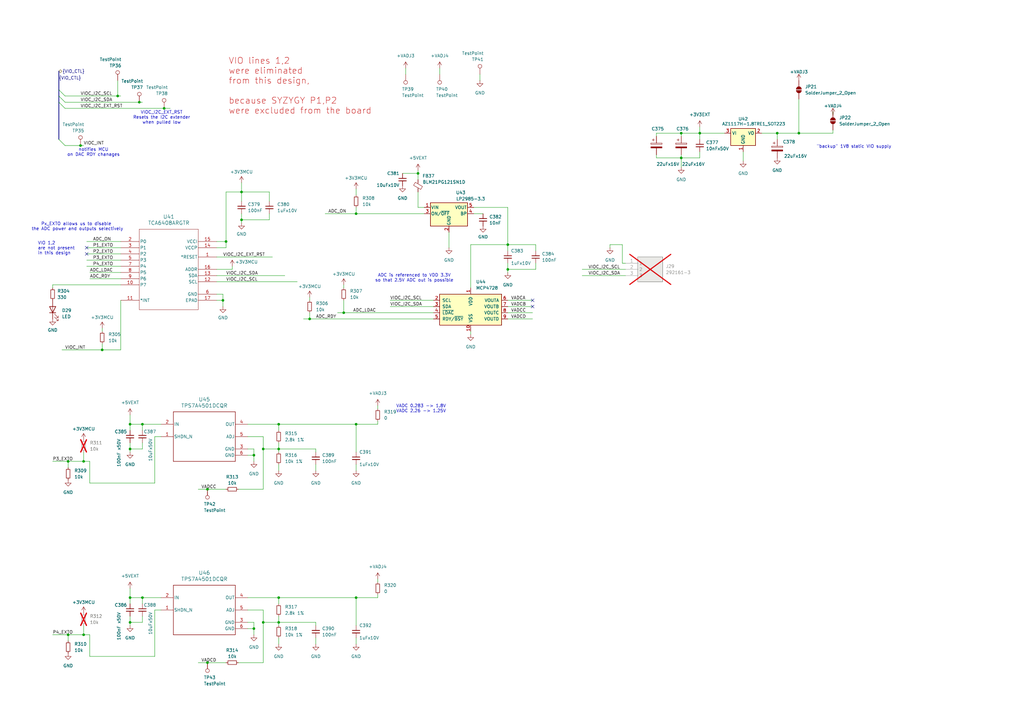
<source format=kicad_sch>
(kicad_sch (version 20250114) (generator "eeschema") (generator_version "9.0")
  (paper "A3")
  (title_block (title "NASR-M") (date "2025-09-22") (rev "D 0.9.4") (company "electrodyssey.net") (comment 1 "Variable power supply for SYZYGY ports") (comment 2 "(c) Nazim 2025") (comment 3 "Author: Nazim Aghabayov") (comment 4 "SYZYGY Carrier Mainboard") (comment 5 "rel: Fletched Bustard"))
  (lib_symbols
    (symbol "292161-3:292161-3"
      (property "Reference" "J" (at 16.51 7.62 0))
      (property "Value" "292161-3" (at 16.51 5.08 0))
      (symbol "292161-3_1_1"
        (pin passive line (at 0 0 0) (length 5.08) (name "1") (number "1"))
        (pin passive line (at 0 -2.54 0) (length 5.08) (name "2") (number "2"))
        (pin passive line (at 0 -5.08 0) (length 5.08) (name "3") (number "3"))
      )
    )
    (symbol "Analog_DAC:MCP4728" (pin_names (offset 1.016))
      (property "Reference" "U" (at -12.7 6.35 0))
      (property "Value" "MCP4728" (at 12.7 6.35 0))
      (symbol "MCP4728_1_1"
        (pin input line (at -15.24 2.54 0) (length 2.54) (name "SCL") (number "2"))
        (pin bidirectional line (at -15.24 0 0) (length 2.54) (name "SDA") (number "3"))
        (pin input line (at -15.24 -2.54 0) (length 2.54) (name "~{LDAC}") (number "4"))
        (pin output line (at -15.24 -5.08 0) (length 2.54) (name "RDY/~{BSY}") (number "5"))
        (pin power_in line (at 0 7.62 270) (length 2.54) (name "VDD") (number "1"))
        (pin power_in line (at 0 -10.16 90) (length 2.54) (name "VSS") (number "10"))
        (pin output line (at 15.24 2.54 180) (length 2.54) (name "VOUTA") (number "6"))
        (pin output line (at 15.24 0 180) (length 2.54) (name "VOUTB") (number "7"))
        (pin output line (at 15.24 -2.54 180) (length 2.54) (name "VOUTC") (number "8"))
        (pin output line (at 15.24 -5.08 180) (length 2.54) (name "VOUTD") (number "9"))
      )
    )
    (symbol "Connector:TestPoint" (pin_numbers (hide yes)) (pin_names (offset 0.762) (hide yes))
      (property "Reference" "TP" (at 0 6.858 0))
      (property "Value" "TestPoint" (at 0 5.08 0))
      (symbol "TestPoint_1_1"
        (pin passive line (at 0 0 90) (length 2.54) (name "1") (number "1"))
      )
    )
    (symbol "Device:C_Polarized" (pin_numbers (hide yes)) (pin_names (offset 0.254))
      (property "Reference" "C" (at 0.635 2.54 0))
      (property "Value" "C_Polarized" (at 0.635 -2.54 0))
      (symbol "C_Polarized_1_1"
        (pin passive line (at 0 3.81 270) (length 2.794) (name "~") (number "1"))
        (pin passive line (at 0 -3.81 90) (length 2.794) (name "~") (number "2"))
      )
    )
    (symbol "Device:C_Small" (pin_numbers (hide yes)) (pin_names (offset 0.254) (hide yes))
      (property "Reference" "C" (at 0.254 1.778 0))
      (property "Value" "C_Small" (at 0.254 -2.032 0))
      (symbol "C_Small_1_1"
        (pin passive line (at 0 2.54 270) (length 2.032) (name "~") (number "1"))
        (pin passive line (at 0 -2.54 90) (length 2.032) (name "~") (number "2"))
      )
    )
    (symbol "Device:FerriteBead_Small" (pin_numbers (hide yes)) (pin_names (offset 0))
      (property "Reference" "FB" (at 1.905 1.27 0))
      (property "Value" "FerriteBead_Small" (at 1.905 -1.27 0))
      (symbol "FerriteBead_Small_1_1"
        (pin passive line (at 0 2.54 270) (length 1.27) (name "~") (number "1"))
        (pin passive line (at 0 -2.54 90) (length 1.27) (name "~") (number "2"))
      )
    )
    (symbol "Device:LED" (pin_numbers (hide yes)) (pin_names (offset 1.016) (hide yes))
      (property "Reference" "D" (at 0 2.54 0))
      (property "Value" "LED" (at 0 -2.54 0))
      (symbol "LED_1_1"
        (pin passive line (at -3.81 0 0) (length 2.54) (name "K") (number "1"))
        (pin passive line (at 3.81 0 180) (length 2.54) (name "A") (number "2"))
      )
    )
    (symbol "Device:R_Small" (pin_numbers (hide yes)) (pin_names (offset 0.254) (hide yes))
      (property "Reference" "R" (at 0.762 0.508 0))
      (property "Value" "R_Small" (at 0.762 -1.016 0))
      (symbol "R_Small_1_1"
        (pin passive line (at 0 2.54 270) (length 0.762) (name "~") (number "1"))
        (pin passive line (at 0 -2.54 90) (length 0.762) (name "~") (number "2"))
      )
    )
    (symbol "GND_1" (power) (pin_numbers (hide yes)) (pin_names (offset 0) (hide yes))
      (property "Value" "GND" (at 0 -3.81 0))
      (symbol "GND_1_1_1"
        (pin power_in line (at 0 0 270) (length 0) (name "~") (number "1"))
      )
    )
    (symbol "GPWR3V3EXT:+3V3EXT" (power) (pin_names (offset 0))
      (property "Value" "+3V3EXT" (at 0 3.556 0))
      (symbol "+3V3EXT_1_1"
        (pin power_in line (at 0 0 90) (length 0) (hide yes) (name "+3V3EXT") (number "1"))
      )
    )
    (symbol "GPWR3V3MCU:+3V3MCU" (power) (pin_names (offset 0))
      (property "Value" "+3V3MCU" (at 0 3.556 0))
      (symbol "+3V3MCU_1_1"
        (pin power_in line (at 0 0 90) (length 0) (hide yes) (name "+3V3MCU") (number "1"))
      )
    )
    (symbol "GPWR5VEXT:+5VEXT" (power) (pin_names (offset 0))
      (property "Value" "+5VEXT" (at 0 3.556 0))
      (symbol "+5VEXT_1_1"
        (pin power_in line (at 0 0 90) (length 0) (hide yes) (name "+5VEXT") (number "1"))
      )
    )
    (symbol "GPWRVADJ:+VADJ" (power) (pin_names (offset 0))
      (property "Value" "+VADJ" (at 0 5.334 0))
      (symbol "+VADJ_1_1"
        (pin power_in line (at 0 0 90) (length 0) (hide yes) (name "+VADJ") (number "1"))
      )
    )
    (symbol "Jumper:SolderJumper_2_Open" (pin_numbers (hide yes)) (pin_names (offset 0) (hide yes)) (exclude_from_sim yes) (in_bom no)
      (property "Reference" "JP" (at 0 2.032 0))
      (property "Value" "SolderJumper_2_Open" (at 0 -2.54 0))
      (symbol "SolderJumper_2_Open_1_1"
        (pin passive line (at -3.81 0 0) (length 2.54) (name "A") (number "1"))
        (pin passive line (at 3.81 0 180) (length 2.54) (name "B") (number "2"))
      )
    )
    (symbol "Regulator_Linear:LD1117S18TR_SOT223"
      (property "Reference" "U" (at -3.81 3.175 0))
      (property "Value" "LD1117S18TR_SOT223" (at 0 3.175 0))
      (symbol "LD1117S18TR_SOT223_1_1"
        (pin power_in line (at -7.62 0 0) (length 2.54) (name "VI") (number "3"))
        (pin power_in line (at 0 -7.62 90) (length 2.54) (name "GND") (number "1"))
        (pin power_out line (at 7.62 0 180) (length 2.54) (name "VO") (number "2"))
      )
    )
    (symbol "Regulator_Linear:LP2985-3.3" (pin_names (offset 0.254))
      (property "Reference" "U" (at -6.35 5.715 0))
      (property "Value" "LP2985-3.3" (at 0 5.715 0))
      (symbol "LP2985-3.3_1_1"
        (pin power_in line (at -10.16 2.54 0) (length 2.54) (name "VIN") (number "1"))
        (pin input line (at -10.16 0 0) (length 2.54) (name "ON/~{OFF}") (number "3"))
        (pin power_in line (at 0 -7.62 90) (length 2.54) (name "GND") (number "2"))
        (pin power_out line (at 10.16 2.54 180) (length 2.54) (name "VOUT") (number "5"))
        (pin input line (at 10.16 0 180) (length 2.54) (name "BP") (number "4"))
      )
    )
    (symbol "TPS7A4501DCQR:TPS7A4501DCQR" (pin_names (offset 0.254))
      (property "Reference" "U" (at 0 2.54 0))
      (property "Value" "TPS7A4501DCQR" (at 0 0 0))
      (symbol "TPS7A4501DCQR_0_1"
        (pin power_in line (at 0 0 0) (length 5.08) (name "IN") (number "2"))
        (pin input line (at 0 -5.08 0) (length 5.08) (name "SHDN_N") (number "1"))
        (pin power_in line (at 35.56 0 180) (length 5.08) (name "OUT") (number "4"))
        (pin unspecified line (at 35.56 -5.08 180) (length 5.08) (name "ADJ") (number "5"))
        (pin power_in line (at 35.56 -10.16 180) (length 5.08) (name "GND") (number "3"))
        (pin power_in line (at 35.56 -12.7 180) (length 5.08) (name "GND") (number "6"))
      )
    )
    (symbol "power:GND" (power) (pin_names (offset 0))
      (property "Value" "GND" (at 0 -3.81 0))
      (symbol "GND_1_1"
        (pin power_in line (at 0 0 270) (length 0) (hide yes) (name "GND") (number "1"))
      )
    )
    (symbol "tca6408argtr:TCA6408ARGTR" (pin_names (offset 0.254))
      (property "Reference" "U13" (at 10.16 10.16 0))
      (property "Value" "TCA6408ARGTR" (at 16.51 7.112 0))
      (symbol "TCA6408ARGTR_0_1"
        (pin output line (at 0 0 0) (length 7.62) (name "P0") (number "2"))
        (pin output line (at 0 -2.54 0) (length 7.62) (name "P1") (number "3"))
        (pin output line (at 0 -5.08 0) (length 7.62) (name "P2") (number "4"))
        (pin output line (at 0 -7.62 0) (length 7.62) (name "P3") (number "5"))
        (pin output line (at 0 -10.16 0) (length 7.62) (name "P4") (number "7"))
        (pin output line (at 0 -12.7 0) (length 7.62) (name "P5") (number "8"))
        (pin power_in line (at 39.37 0 180) (length 7.62) (name "VCCI") (number "15"))
        (pin power_in line (at 39.37 -2.54 180) (length 7.62) (name "VCCP") (number "14"))
        (pin unspecified line (at 39.37 -11.43 180) (length 7.62) (name "ADDR") (number "16"))
        (pin bidirectional line (at 39.37 -13.97 180) (length 7.62) (name "SDA") (number "13"))
        (pin bidirectional line (at 39.37 -16.51 180) (length 7.62) (name "SCL") (number "12"))
        (pin unspecified line (at 39.37 -24.13 180) (length 7.62) (name "EPAD") (number "17"))
      )
      (symbol "TCA6408ARGTR_1_1"
        (pin output line (at 0 -15.24 0) (length 7.62) (name "P6") (number "9"))
        (pin output line (at 0 -17.78 0) (length 7.62) (name "P7") (number "10"))
        (pin output line (at 0 -24.13 0) (length 7.62) (name "*INT") (number "11"))
        (pin input line (at 39.37 -6.35 180) (length 7.62) (name "*RESET") (number "1"))
        (pin power_in line (at 39.37 -21.59 180) (length 7.62) (name "GND") (number "6"))
      )
    )
  )
  (text "VADC 0.283 -> 1.8V\nVADC 2.26 -> 1.25V" (at 172.72 167.64 0) (effects (font (size 1.27 1.27))))
  (text "ADC is referenced to VDD 3.3V\nso that 2.5V ADC out is possible" (at 169.926 114.046 0) (effects (font (size 1.27 1.27))))
  (text "Px_EXTO allows us to disable \nthe ADC power and outputs selectively" (at 31.75 92.964 0) (effects (font (size 1.27 1.27))))
  (text "VIO 1,2\nare not present\nin this design" (at 15.494 101.854 0) (effects (font (size 1.27 1.27)) (justify left)))
  (text "\"backup\" 1V8 static VIO supply" (at 350.266 60.198 0) (effects (font (size 1.27 1.27))))
  (text "VIOC_I2C_EXT_RST\nResets the I2C extender\nwhen pulled low" (at 66.294 48.26 0) (effects (font (size 1.27 1.27))))
  (text "VIO lines 1,2\nwere eliminated\nfrom this design,\n\nbecause SYZYGY P1,P2\nwere excluded from the board\n" (at 93.726 35.306 0) (effects (font (size 2.54 2.54)) (justify left)))
  (text "notifies MCU\non DAC RDY chanages" (at 38.354 62.484 0) (effects (font (size 1.27 1.27))))
  (junction (at 58.42 245.11))
  (junction (at 127 130.81))
  (junction (at 107.95 255.27))
  (junction (at 99.06 78.74))
  (junction (at 114.3 184.15))
  (junction (at 99.06 90.17))
  (junction (at 140.97 128.27))
  (junction (at 91.44 123.19))
  (junction (at 146.05 173.99))
  (junction (at 34.29 260.35))
  (junction (at 279.4 64.77))
  (junction (at 41.91 143.51))
  (junction (at 107.95 184.15))
  (junction (at 208.28 110.49))
  (junction (at 67.31 44.45))
  (junction (at 53.34 184.15))
  (junction (at 85.09 200.66))
  (junction (at 58.42 173.99))
  (junction (at 57.15 41.91))
  (junction (at 27.94 260.35))
  (junction (at 318.77 54.61))
  (junction (at 279.4 54.61))
  (junction (at 53.34 245.11))
  (junction (at 146.05 245.11))
  (junction (at 208.28 100.33))
  (junction (at 171.45 71.12))
  (junction (at 33.02 59.69))
  (junction (at 327.66 54.61))
  (junction (at 114.3 255.27))
  (junction (at 27.94 189.23))
  (junction (at 53.34 255.27))
  (junction (at 34.29 189.23))
  (junction (at 53.34 173.99))
  (junction (at 104.14 257.81))
  (junction (at 48.26 39.37))
  (junction (at 85.09 271.78))
  (junction (at 287.02 54.61))
  (junction (at 92.71 99.06))
  (junction (at 114.3 173.99))
  (junction (at 114.3 245.11))
  (junction (at 146.05 87.63))
  (junction (at 104.14 186.69))
  (no_connect (at 218.44 123.19))
  (no_connect (at 218.44 125.73))
  (no_connect (at 35.56 101.6))
  (no_connect (at 35.56 104.14))
  (bus_entry (at 24.13 39.37) (size 2.54 2.54))
  (bus_entry (at 24.13 36.83) (size 2.54 2.54))
  (bus_entry (at 24.13 41.91) (size 2.54 2.54))
  (bus_entry (at 24.13 57.15) (size 2.54 2.54))
  (wire (pts (xy 269.24 64.77) (xy 279.4 64.77)))
  (wire (pts (xy 219.71 100.33) (xy 208.28 100.33)))
  (wire (pts (xy 124.46 130.81) (xy 127 130.81)))
  (wire (pts (xy 318.77 54.61) (xy 327.66 54.61)))
  (wire (pts (xy 160.02 123.19) (xy 177.8 123.19)))
  (wire (pts (xy 48.26 39.37) (xy 49.53 39.37)))
  (wire (pts (xy 238.76 110.49) (xy 256.54 110.49)))
  (wire (pts (xy 88.9 105.41) (xy 111.76 105.41)))
  (wire (pts (xy 279.4 68.58) (xy 279.4 64.77)))
  (wire (pts (xy 208.28 125.73) (xy 218.44 125.73)))
  (wire (pts (xy 198.12 87.63) (xy 194.31 87.63)))
  (wire (pts (xy 127 128.27) (xy 127 130.81)))
  (bus (pts (xy 24.13 39.37) (xy 24.13 41.91)))
  (wire (pts (xy 88.9 120.65) (xy 91.44 120.65)))
  (wire (pts (xy 35.56 109.22) (xy 49.53 109.22)))
  (wire (pts (xy 133.35 87.63) (xy 146.05 87.63)))
  (wire (pts (xy 114.3 255.27) (xy 129.54 255.27)))
  (wire (pts (xy 166.37 27.94) (xy 166.37 30.48)))
  (wire (pts (xy 250.19 100.33) (xy 250.19 101.6)))
  (wire (pts (xy 101.6 255.27) (xy 104.14 255.27)))
  (wire (pts (xy 85.09 200.66) (xy 92.71 200.66)))
  (wire (pts (xy 92.71 78.74) (xy 92.71 99.06)))
  (wire (pts (xy 114.3 245.11) (xy 114.3 247.65)))
  (wire (pts (xy 53.34 184.15) (xy 53.34 185.42)))
  (wire (pts (xy 36.83 189.23) (xy 36.83 198.12)))
  (wire (pts (xy 140.97 123.19) (xy 140.97 128.27)))
  (wire (pts (xy 27.94 260.35) (xy 34.29 260.35)))
  (wire (pts (xy 91.44 123.19) (xy 91.44 125.73)))
  (wire (pts (xy 327.66 40.64) (xy 327.66 54.61)))
  (wire (pts (xy 255.27 107.95) (xy 255.27 100.33)))
  (wire (pts (xy 129.54 193.04) (xy 129.54 190.5)))
  (wire (pts (xy 101.6 184.15) (xy 104.14 184.15)))
  (wire (pts (xy 219.71 110.49) (xy 208.28 110.49)))
  (wire (pts (xy 67.31 44.45) (xy 69.85 44.45)))
  (wire (pts (xy 99.06 87.63) (xy 99.06 90.17)))
  (wire (pts (xy 35.56 106.68) (xy 49.53 106.68)))
  (wire (pts (xy 58.42 181.61) (xy 58.42 184.15)))
  (wire (pts (xy 58.42 173.99) (xy 66.04 173.99)))
  (wire (pts (xy 21.59 118.11) (xy 21.59 116.84)))
  (wire (pts (xy 193.04 137.16) (xy 193.04 135.89)))
  (wire (pts (xy 287.02 54.61) (xy 287.02 57.15)))
  (wire (pts (xy 85.09 271.78) (xy 92.71 271.78)))
  (wire (pts (xy 140.97 128.27) (xy 177.8 128.27)))
  (wire (pts (xy 341.63 54.61) (xy 341.63 53.34)))
  (wire (pts (xy 97.79 200.66) (xy 107.95 200.66)))
  (wire (pts (xy 107.95 255.27) (xy 114.3 255.27)))
  (wire (pts (xy 146.05 173.99) (xy 154.94 173.99)))
  (wire (pts (xy 27.94 260.35) (xy 27.94 262.89)))
  (wire (pts (xy 107.95 184.15) (xy 114.3 184.15)))
  (wire (pts (xy 208.28 85.09) (xy 208.28 100.33)))
  (bus (pts (xy 24.13 29.21) (xy 24.13 36.83)))
  (wire (pts (xy 154.94 172.72) (xy 154.94 173.99)))
  (wire (pts (xy 101.6 257.81) (xy 104.14 257.81)))
  (wire (pts (xy 58.42 173.99) (xy 58.42 176.53)))
  (wire (pts (xy 114.3 190.5) (xy 114.3 193.04)))
  (wire (pts (xy 146.05 87.63) (xy 173.99 87.63)))
  (wire (pts (xy 107.95 200.66) (xy 107.95 184.15)))
  (wire (pts (xy 154.94 166.37) (xy 154.94 167.64)))
  (wire (pts (xy 208.28 110.49) (xy 208.28 107.95)))
  (wire (pts (xy 21.59 189.23) (xy 27.94 189.23)))
  (wire (pts (xy 107.95 179.07) (xy 107.95 184.15)))
  (wire (pts (xy 63.5 250.19) (xy 66.04 250.19)))
  (wire (pts (xy 114.3 184.15) (xy 114.3 185.42)))
  (wire (pts (xy 219.71 107.95) (xy 219.71 110.49)))
  (wire (pts (xy 269.24 54.61) (xy 269.24 55.88)))
  (wire (pts (xy 110.49 87.63) (xy 110.49 90.17)))
  (wire (pts (xy 127 130.81) (xy 177.8 130.81)))
  (wire (pts (xy 41.91 143.51) (xy 41.91 140.97)))
  (wire (pts (xy 304.8 66.04) (xy 304.8 62.23)))
  (wire (pts (xy 154.94 237.49) (xy 154.94 238.76)))
  (wire (pts (xy 97.79 271.78) (xy 107.95 271.78)))
  (wire (pts (xy 57.15 41.91) (xy 58.42 41.91)))
  (wire (pts (xy 171.45 85.09) (xy 171.45 78.74)))
  (wire (pts (xy 99.06 78.74) (xy 99.06 82.55)))
  (wire (pts (xy 21.59 260.35) (xy 27.94 260.35)))
  (wire (pts (xy 146.05 245.11) (xy 154.94 245.11)))
  (wire (pts (xy 34.29 185.42) (xy 34.29 189.23)))
  (wire (pts (xy 101.6 173.99) (xy 114.3 173.99)))
  (wire (pts (xy 92.71 99.06) (xy 92.71 101.6)))
  (wire (pts (xy 146.05 85.09) (xy 146.05 87.63)))
  (wire (pts (xy 279.4 54.61) (xy 287.02 54.61)))
  (wire (pts (xy 114.3 261.62) (xy 114.3 264.16)))
  (wire (pts (xy 53.34 241.3) (xy 53.34 245.11)))
  (wire (pts (xy 312.42 54.61) (xy 318.77 54.61)))
  (wire (pts (xy 26.67 44.45) (xy 67.31 44.45)))
  (wire (pts (xy 99.06 90.17) (xy 99.06 91.44)))
  (wire (pts (xy 26.67 39.37) (xy 48.26 39.37)))
  (wire (pts (xy 63.5 179.07) (xy 66.04 179.07)))
  (wire (pts (xy 53.34 176.53) (xy 53.34 173.99)))
  (wire (pts (xy 33.02 59.69) (xy 34.29 59.69)))
  (wire (pts (xy 208.28 85.09) (xy 194.31 85.09)))
  (wire (pts (xy 41.91 143.51) (xy 49.53 143.51)))
  (wire (pts (xy 63.5 198.12) (xy 63.5 179.07)))
  (wire (pts (xy 208.28 128.27) (xy 218.44 128.27)))
  (wire (pts (xy 35.56 101.6) (xy 49.53 101.6)))
  (wire (pts (xy 95.25 110.49) (xy 88.9 110.49)))
  (wire (pts (xy 88.9 115.57) (xy 121.92 115.57)))
  (wire (pts (xy 25.4 143.51) (xy 41.91 143.51)))
  (wire (pts (xy 208.28 123.19) (xy 218.44 123.19)))
  (wire (pts (xy 53.34 170.18) (xy 53.34 173.99)))
  (wire (pts (xy 88.9 99.06) (xy 92.71 99.06)))
  (wire (pts (xy 208.28 130.81) (xy 218.44 130.81)))
  (wire (pts (xy 171.45 71.12) (xy 171.45 73.66)))
  (wire (pts (xy 114.3 252.73) (xy 114.3 255.27)))
  (wire (pts (xy 269.24 54.61) (xy 279.4 54.61)))
  (wire (pts (xy 171.45 69.85) (xy 171.45 71.12)))
  (wire (pts (xy 63.5 269.24) (xy 63.5 250.19)))
  (wire (pts (xy 26.67 41.91) (xy 57.15 41.91)))
  (wire (pts (xy 129.54 184.15) (xy 129.54 185.42)))
  (wire (pts (xy 92.71 78.74) (xy 99.06 78.74)))
  (wire (pts (xy 114.3 181.61) (xy 114.3 184.15)))
  (wire (pts (xy 27.94 189.23) (xy 27.94 191.77)))
  (wire (pts (xy 101.6 179.07) (xy 107.95 179.07)))
  (wire (pts (xy 58.42 252.73) (xy 58.42 255.27)))
  (wire (pts (xy 193.04 118.11) (xy 193.04 100.33)))
  (wire (pts (xy 53.34 255.27) (xy 53.34 256.54)))
  (wire (pts (xy 129.54 264.16) (xy 129.54 261.62)))
  (wire (pts (xy 146.05 173.99) (xy 146.05 185.42)))
  (wire (pts (xy 92.71 101.6) (xy 88.9 101.6)))
  (wire (pts (xy 114.3 255.27) (xy 114.3 256.54)))
  (wire (pts (xy 53.34 252.73) (xy 53.34 255.27)))
  (wire (pts (xy 154.94 243.84) (xy 154.94 245.11)))
  (wire (pts (xy 208.28 100.33) (xy 208.28 102.87)))
  (wire (pts (xy 341.63 46.99) (xy 341.63 45.72)))
  (wire (pts (xy 26.67 59.69) (xy 33.02 59.69)))
  (wire (pts (xy 255.27 100.33) (xy 250.19 100.33)))
  (wire (pts (xy 279.4 54.61) (xy 279.4 55.88)))
  (wire (pts (xy 196.85 33.02) (xy 196.85 30.48)))
  (wire (pts (xy 34.29 189.23) (xy 36.83 189.23)))
  (wire (pts (xy 180.34 27.94) (xy 180.34 30.48)))
  (wire (pts (xy 279.4 64.77) (xy 287.02 64.77)))
  (wire (pts (xy 287.02 52.07) (xy 287.02 54.61)))
  (wire (pts (xy 104.14 186.69) (xy 104.14 189.23)))
  (wire (pts (xy 36.83 260.35) (xy 36.83 269.24)))
  (wire (pts (xy 88.9 113.03) (xy 116.84 113.03)))
  (wire (pts (xy 35.56 99.06) (xy 49.53 99.06)))
  (wire (pts (xy 49.53 123.19) (xy 49.53 143.51)))
  (wire (pts (xy 53.34 173.99) (xy 58.42 173.99)))
  (wire (pts (xy 104.14 257.81) (xy 104.14 260.35)))
  (wire (pts (xy 327.66 54.61) (xy 341.63 54.61)))
  (wire (pts (xy 36.83 198.12) (xy 63.5 198.12)))
  (wire (pts (xy 127 123.19) (xy 127 121.92)))
  (wire (pts (xy 34.29 256.54) (xy 34.29 260.35)))
  (wire (pts (xy 101.6 250.19) (xy 107.95 250.19)))
  (wire (pts (xy 34.29 260.35) (xy 36.83 260.35)))
  (wire (pts (xy 53.34 181.61) (xy 53.34 184.15)))
  (wire (pts (xy 81.28 271.78) (xy 85.09 271.78)))
  (wire (pts (xy 53.34 245.11) (xy 58.42 245.11)))
  (wire (pts (xy 36.83 114.3) (xy 49.53 114.3)))
  (wire (pts (xy 146.05 77.47) (xy 146.05 80.01)))
  (wire (pts (xy 58.42 245.11) (xy 66.04 245.11)))
  (wire (pts (xy 41.91 134.62) (xy 41.91 135.89)))
  (wire (pts (xy 173.99 85.09) (xy 171.45 85.09)))
  (wire (pts (xy 287.02 54.61) (xy 297.18 54.61)))
  (wire (pts (xy 81.28 200.66) (xy 85.09 200.66)))
  (wire (pts (xy 114.3 184.15) (xy 129.54 184.15)))
  (wire (pts (xy 48.26 33.02) (xy 48.26 39.37)))
  (wire (pts (xy 138.43 128.27) (xy 140.97 128.27)))
  (wire (pts (xy 184.15 95.25) (xy 184.15 101.6)))
  (wire (pts (xy 27.94 189.23) (xy 34.29 189.23)))
  (wire (pts (xy 146.05 264.16) (xy 146.05 261.62)))
  (wire (pts (xy 238.76 113.03) (xy 256.54 113.03)))
  (wire (pts (xy 107.95 271.78) (xy 107.95 255.27)))
  (wire (pts (xy 36.83 111.76) (xy 49.53 111.76)))
  (wire (pts (xy 58.42 245.11) (xy 58.42 247.65)))
  (wire (pts (xy 53.34 247.65) (xy 53.34 245.11)))
  (wire (pts (xy 101.6 245.11) (xy 114.3 245.11)))
  (wire (pts (xy 58.42 184.15) (xy 53.34 184.15)))
  (wire (pts (xy 114.3 245.11) (xy 146.05 245.11)))
  (wire (pts (xy 114.3 173.99) (xy 146.05 173.99)))
  (wire (pts (xy 101.6 186.69) (xy 104.14 186.69)))
  (wire (pts (xy 279.4 63.5) (xy 279.4 64.77)))
  (bus (pts (xy 24.13 41.91) (xy 24.13 57.15)))
  (wire (pts (xy 160.02 125.73) (xy 177.8 125.73)))
  (wire (pts (xy 269.24 63.5) (xy 269.24 64.77)))
  (wire (pts (xy 208.28 111.76) (xy 208.28 110.49)))
  (wire (pts (xy 114.3 173.99) (xy 114.3 176.53)))
  (wire (pts (xy 95.25 109.22) (xy 95.25 110.49)))
  (wire (pts (xy 146.05 193.04) (xy 146.05 190.5)))
  (wire (pts (xy 256.54 107.95) (xy 255.27 107.95)))
  (wire (pts (xy 35.56 104.14) (xy 49.53 104.14)))
  (wire (pts (xy 110.49 82.55) (xy 110.49 78.74)))
  (wire (pts (xy 146.05 245.11) (xy 146.05 256.54)))
  (wire (pts (xy 36.83 269.24) (xy 63.5 269.24)))
  (wire (pts (xy 287.02 64.77) (xy 287.02 62.23)))
  (wire (pts (xy 88.9 123.19) (xy 91.44 123.19)))
  (wire (pts (xy 104.14 184.15) (xy 104.14 186.69)))
  (wire (pts (xy 165.1 71.12) (xy 171.45 71.12)))
  (wire (pts (xy 219.71 102.87) (xy 219.71 100.33)))
  (wire (pts (xy 140.97 118.11) (xy 140.97 116.84)))
  (wire (pts (xy 193.04 100.33) (xy 208.28 100.33)))
  (wire (pts (xy 91.44 120.65) (xy 91.44 123.19)))
  (wire (pts (xy 99.06 74.93) (xy 99.06 78.74)))
  (wire (pts (xy 107.95 250.19) (xy 107.95 255.27)))
  (wire (pts (xy 110.49 90.17) (xy 99.06 90.17)))
  (wire (pts (xy 99.06 78.74) (xy 110.49 78.74)))
  (wire (pts (xy 21.59 116.84) (xy 49.53 116.84)))
  (wire (pts (xy 129.54 255.27) (xy 129.54 256.54)))
  (bus (pts (xy 24.13 36.83) (xy 24.13 39.37)))
  (wire (pts (xy 58.42 255.27) (xy 53.34 255.27)))
  (wire (pts (xy 104.14 255.27) (xy 104.14 257.81)))
  (wire (pts (xy 318.77 54.61) (xy 318.77 57.15)))
  (label "VIOC_INT" (at 34.29 59.69 0))
  (label "ADC_RDY" (at 129.54 130.81 0))
  (label "VIOC_I2C_SDA" (at 241.3 113.03 0))
  (label "VADCA" (at 209.55 123.19 0))
  (label "VIOC_I2C_SCL" (at 92.71 115.57 0))
  (label "VIOC_I2C_SCL" (at 160.02 123.19 0))
  (label "ADC_LDAC" (at 144.78 128.27 0))
  (label "VADCD" (at 209.55 130.81 0))
  (label "VIOC_I2C_SCL" (at 241.3 110.49 0))
  (label "VIOC_I2C_EXT_RST" (at 91.44 105.41 0))
  (label "P4_EXTO" (at 38.1 109.22 0))
  (label "P3_EXTO" (at 38.1 106.68 0))
  (label "VADCD" (at 82.55 271.78 0))
  (label "VIOC_I2C_SDA" (at 92.71 113.03 0))
  (label "VIOC_I2C_EXT_RST" (at 33.02 44.45 0))
  (label "ADC_LDAC" (at 36.83 111.76 0))
  (label "ADC_ON" (at 38.1 99.06 0))
  (label "VIOC_I2C_SDA" (at 160.02 125.73 0))
  (label "ADC_RDY" (at 36.83 114.3 0))
  (label "VIOC_I2C_SDA" (at 33.02 41.91 0))
  (label "P4_EXTO" (at 21.59 260.35 0))
  (label "VADCC" (at 209.55 128.27 0))
  (label "{VIO_CTL}" (at 24.13 33.02 0))
  (label "VIOC_I2C_SCL" (at 33.02 39.37 0))
  (label "VADCB" (at 209.55 125.73 0))
  (label "P2_EXTO" (at 38.1 104.14 0))
  (label "VIOC_INT" (at 26.67 143.51 0))
  (label "P3_EXTO" (at 21.59 189.23 0))
  (label "VADCC" (at 82.55 200.66 0))
  (label "P1_EXTO" (at 38.1 101.6 0))
  (label "ADC_ON" (at 134.62 87.63 0))
  (hierarchical_label "{VIO_CTL}" (shape bidirectional) (at 24.13 29.21 0))
  (symbol (lib_id "Connector:TestPoint") (at 57.15 41.91 0) (unit 1)
    (property "Reference" "TP37" (at 58.674 35.814 0) (effects (justify right)))
    (property "Value" "TestPoint" (at 58.674 33.274 0) (effects (justify right)))
    (property "Footprint" "TestPoint:TestPoint_Pad_D1.0mm" (effects (hide yes)))
    (property "Description" "test point" (effects (hide yes)))
  )
  (symbol (lib_id "power:GND") (at 53.34 256.54 0) (unit 1)
    (property "Reference" "#PWR0466" (effects (hide yes)))
    (property "Value" "GND" (at 53.34 261.62 0))
  )
  (symbol (lib_id "Device:C_Small") (at 53.34 250.19 0) (unit 1)
    (property "Reference" "C386" (at 46.99 248.158 0) (effects (justify left)))
    (property "Value" "100nF x50V" (at 48.768 262.636 90) (effects (justify left)))
    (property "Footprint" "Capacitor_SMD:C_0805_2012Metric" (effects (hide yes)))
    (property "JLCPCB Part #" "C141172" (effects (hide yes)))
    (property "Part" "C0805X104K5RACAUTO" (effects (hide yes)))
  )
  (symbol (lib_id "power:GND") (at 114.3 193.04 0) (unit 1)
    (property "Reference" "#PWR0469" (effects (hide yes)))
    (property "Value" "GND" (at 114.3 198.12 0))
  )
  (symbol (lib_id "power:GND") (at 279.4 68.58 0) (unit 1)
    (property "Reference" "#PWR0451" (effects (hide yes)))
    (property "Value" "GND" (at 279.4 73.66 0))
    (property "Description" "Power symbol creates a global label with name \"GND\" , ground" (effects (hide yes)))
  )
  (symbol (lib_id "GPWR3V3MCU:+3V3MCU") (at 41.91 134.62 0) (unit 1)
    (property "Reference" "#PWR3V3MCU058" (effects (hide yes)))
    (property "Value" "+3V3MCU" (at 41.91 130.175 0))
  )
  (symbol (lib_id "power:GND") (at 27.94 196.85 0) (unit 1)
    (property "Reference" "#PWR0463" (effects (hide yes)))
    (property "Value" "GND" (at 27.94 201.93 0))
  )
  (symbol (lib_id "power:GND") (at 129.54 264.16 0) (unit 1)
    (property "Reference" "#PWR0472" (effects (hide yes)))
    (property "Value" "GND" (at 129.54 269.24 0))
  )
  (symbol (lib_id "power:GND") (at 208.28 111.76 0) (unit 1)
    (property "Reference" "#PWR0462" (effects (hide yes)))
    (property "Value" "GND" (at 208.28 116.84 0))
  )
  (symbol (lib_id "Device:C_Small") (at 146.05 187.96 0) (unit 1)
    (property "Reference" "C391" (at 147.32 185.42 0) (effects (justify left)))
    (property "Value" "1uFx10V" (at 147.32 190.5 0) (effects (justify left)))
    (property "Footprint" "Capacitor_SMD:C_0603_1608Metric" (effects (hide yes)))
    (property "JLCPCB Part #" "C841050" (effects (hide yes)))
  )
  (symbol (lib_id "GPWRVADJ:+VADJ") (at 327.66 33.02 0) (unit 1)
    (property "Reference" "#PWRVADJ05" (effects (hide yes)))
    (property "Value" "+VADJ3" (at 327.66 29.464 0))
    (property "Description" "Power symbol creates a global label with name \"+VADJ\"" (effects (hide yes)))
  )
  (symbol (lib_id "GPWR3V3MCU:+3V3MCU") (at 140.97 116.84 0) (unit 1)
    (property "Reference" "#PWR3V3MCU062" (effects (hide yes)))
    (property "Value" "+3V3MCU" (at 140.97 112.395 0))
  )
  (symbol (lib_id "Device:R_Small") (at 21.59 120.65 0) (unit 1)
    (property "Reference" "R304" (at 23.495 119.38 0) (effects (justify left)))
    (property "Value" "330" (at 23.495 121.92 0) (effects (justify left)))
    (property "Footprint" "Resistor_SMD:R_0402_1005Metric" (effects (hide yes)))
    (property "JLCPCB Part #" "C25104" (effects (hide yes)))
    (property "Part" "0402WGF3300TCE" (effects (hide yes)))
  )
  (symbol (lib_id "GPWRVADJ:+VADJ") (at 154.94 166.37 0) (unit 1)
    (property "Reference" "#PWRVADJ09" (effects (hide yes)))
    (property "Value" "+VADJ3" (at 154.94 161.29 0))
    (property "Description" "Power symbol creates a global label with name \"+VADJ\"" (effects (hide yes)))
  )
  (symbol (lib_id "Regulator_Linear:LP2985-3.3") (at 184.15 87.63 0) (unit 1)
    (property "Reference" "U43" (at 188.976 78.994 0))
    (property "Value" "LP2985-3.3" (at 193.04 81.534 0))
    (property "Footprint" "Package_TO_SOT_SMD:SOT-23-5" (effects (hide yes)))
    (property "Datasheet" "http://www.ti.com/lit/ds/symlink/lp2985.pdf" (effects (hide yes)))
    (property "Description" "150mA 16V Low-noise Low-dropout Regulator With Shutdown, 3.3V output voltage, SOT-23-5" (effects (hide yes)))
    (property "JLCPCB Part #" "C95414" (effects (hide yes)))
  )
  (symbol (lib_id "power:GND") (at 318.77 64.77 0) (unit 1)
    (property "Reference" "#PWR0454" (effects (hide yes)))
    (property "Value" "GND" (at 318.77 69.85 0))
    (property "Description" "Power symbol creates a global label with name \"GND\" , ground" (effects (hide yes)))
  )
  (symbol (lib_id "Jumper:SolderJumper_2_Open") (at 327.66 36.83 90) (unit 1) (exclude_from_sim yes) (in_bom no)
    (property "Reference" "JP21" (at 330.2 35.5599 90) (effects (justify right)))
    (property "Value" "SolderJumper_2_Open" (at 330.2 38.0999 90) (effects (justify right)))
    (property "Footprint" "Jumper:SolderJumper-2_P1.3mm_Open_Pad1.0x1.5mm" (effects (hide yes)))
    (property "Description" "Solder Jumper, 2-pole, open" (effects (hide yes)))
  )
  (symbol (lib_id "Device:R_Small") (at 140.97 120.65 0) (unit 1)
    (property "Reference" "R307" (at 143.51 119.3799 0) (effects (justify left)))
    (property "Value" "10k" (at 143.51 121.9199 0) (effects (justify left)))
    (property "Footprint" "Resistor_SMD:R_0402_1005Metric" (effects (hide yes)))
    (property "JLCPCB Part #" "C25744" (effects (hide yes)))
    (property "Part" "0402WGF1002TCE" (effects (hide yes)))
  )
  (symbol (lib_id "Device:C_Small") (at 129.54 187.96 180) (unit 1)
    (property "Reference" "C389" (at 132.08 186.6835 0) (effects (justify right)))
    (property "Value" "100nF" (at 132.08 189.2235 0) (effects (justify right)))
    (property "Footprint" "Capacitor_SMD:C_0402_1005Metric" (effects (hide yes)))
    (property "JLCPCB Part #" "C541465" (effects (hide yes)))
    (property "Part" "CC0402JRX7R8BB104" (effects (hide yes)))
  )
  (symbol (lib_name "GND_1") (lib_id "power:GND") (at 196.85 33.02 0) (unit 1)
    (property "Reference" "#PWR0460" (effects (hide yes)))
    (property "Value" "GND" (at 196.85 38.1 0))
    (property "Description" "Power symbol creates a global label with name \"GND\" , ground" (effects (hide yes)))
  )
  (symbol (lib_id "Device:R_Small") (at 154.94 241.3 180) (unit 1)
    (property "Reference" "R320" (at 157.48 240.0299 0) (effects (justify right)))
    (property "Value" "0" (at 157.48 242.5699 0) (effects (justify right)))
    (property "Footprint" "Resistor_SMD:R_0805_2012Metric" (effects (hide yes)))
    (property "JLCPCB Part #" "C17477" (effects (hide yes)))
    (property "Part" "0805W8F0000T5E" (effects (hide yes)))
  )
  (symbol (lib_id "power:GND") (at 91.44 125.73 0) (unit 1)
    (property "Reference" "#PWR0455" (effects (hide yes)))
    (property "Value" "GND" (at 91.44 130.302 0))
  )
  (symbol (lib_id "Device:C_Small") (at 110.49 85.09 0) (unit 1)
    (property "Reference" "C380" (at 113.665 83.8263 0) (effects (justify left)))
    (property "Value" "1uFx10V" (at 113.665 86.3663 0) (effects (justify left)))
    (property "Footprint" "Capacitor_SMD:C_0603_1608Metric" (effects (hide yes)))
    (property "JLCPCB Part #" "C841050" (effects (hide yes)))
  )
  (symbol (lib_id "power:GND") (at 53.34 185.42 0) (unit 1)
    (property "Reference" "#PWR0465" (effects (hide yes)))
    (property "Value" "GND" (at 53.34 190.5 0))
  )
  (symbol (lib_id "Device:C_Small") (at 129.54 259.08 180) (unit 1)
    (property "Reference" "C390" (at 132.08 257.8035 0) (effects (justify right)))
    (property "Value" "100nF" (at 132.08 260.3435 0) (effects (justify right)))
    (property "Footprint" "Capacitor_SMD:C_0402_1005Metric" (effects (hide yes)))
    (property "JLCPCB Part #" "C541465" (effects (hide yes)))
    (property "Part" "CC0402JRX7R8BB104" (effects (hide yes)))
  )
  (symbol (lib_id "Connector:TestPoint") (at 85.09 271.78 180) (unit 1)
    (property "Reference" "TP43" (at 83.566 277.876 0) (effects (justify right)))
    (property "Value" "TestPoint" (at 83.566 280.416 0) (effects (justify right)))
    (property "Footprint" "TestPoint:TestPoint_Pad_D1.0mm" (effects (hide yes)))
    (property "Description" "test point" (effects (hide yes)))
  )
  (symbol (lib_id "Device:C_Small") (at 287.02 59.69 0) (unit 1)
    (property "Reference" "C377" (at 289.56 58.4263 0) (effects (justify left)))
    (property "Value" "10nFx50V" (at 289.56 60.9663 0) (effects (justify left)))
    (property "Footprint" "Capacitor_SMD:C_1206_3216Metric" (effects (hide yes)))
    (property "Description" "10nF 1kV X7R ±10% 1206 Multilayer Ceramic Capacitors MLCC - SMD/SMT ROHS" (effects (hide yes)))
    (property "JLCPCB Part #" "C9194" (effects (hide yes)))
    (property "Part" "1206B103K102NT" (effects (hide yes)))
  )
  (symbol (lib_id "Connector:TestPoint") (at 67.31 44.45 0) (unit 1)
    (property "Reference" "TP38" (at 68.834 38.354 0) (effects (justify right)))
    (property "Value" "TestPoint" (at 68.834 35.814 0) (effects (justify right)))
    (property "Footprint" "TestPoint:TestPoint_Pad_D1.0mm" (effects (hide yes)))
    (property "Description" "test point" (effects (hide yes)))
  )
  (symbol (lib_id "power:GND") (at 184.15 101.6 0) (unit 1)
    (property "Reference" "#PWR0458" (effects (hide yes)))
    (property "Value" "GND" (at 184.15 106.68 0))
  )
  (symbol (lib_id "power:GND") (at 250.19 101.6 0) (unit 1)
    (property "Reference" "#PWR0452" (effects (hide yes)))
    (property "Value" "GND" (at 250.19 106.68 0))
    (property "Description" "Power symbol creates a global label with name \"GND\" , ground" (effects (hide yes)))
  )
  (symbol (lib_id "Device:C_Small") (at 58.42 179.07 0) (unit 1)
    (property "Reference" "C387" (at 58.928 177.038 0) (effects (justify left)))
    (property "Value" "10uFx50V" (at 61.722 189.23 90) (effects (justify left)))
    (property "Footprint" "Capacitor_SMD:C_1206_3216Metric" (effects (hide yes)))
    (property "Part" "CS3216X5R106K500NRI" (effects (hide yes)))
    (property "JLCPCB Part #" "C513774" (effects (hide yes)))
  )
  (symbol (lib_id "Connector:TestPoint") (at 48.26 33.02 0) (unit 1)
    (property "Reference" "TP36" (at 49.784 26.924 0) (effects (justify right)))
    (property "Value" "TestPoint" (at 49.784 24.384 0) (effects (justify right)))
    (property "Footprint" "TestPoint:TestPoint_Pad_D1.0mm" (effects (hide yes)))
    (property "Description" "test point" (effects (hide yes)))
  )
  (symbol (lib_id "Device:C_Small") (at 165.1 73.66 0) (unit 1)
    (property "Reference" "C381" (at 158.75 71.12 0) (effects (justify left)))
    (property "Value" "10uFx10V" (at 154.432 75.946 0) (effects (justify left)))
    (property "Footprint" "Capacitor_SMD:C_0805_2012Metric" (effects (hide yes)))
    (property "Description" "10V 10uF X5R ±10% 0805 Multilayer Ceramic Capacitors MLCC - SMD/SMT ROHS" (effects (hide yes)))
    (property "Part" "CL21A106KPFNNNE" (effects (hide yes)))
    (property "JLCPCB Part #" "C17024" (effects (hide yes)))
  )
  (symbol (lib_id "Connector:TestPoint") (at 196.85 30.48 0) (unit 1)
    (property "Reference" "TP41" (at 198.374 24.384 0) (effects (justify right)))
    (property "Value" "TestPoint" (at 198.374 21.844 0) (effects (justify right)))
    (property "Footprint" "TestPoint:TestPoint_Pad_D1.0mm" (effects (hide yes)))
    (property "Description" "test point" (effects (hide yes)))
  )
  (symbol (lib_id "GPWRVADJ:+VADJ") (at 180.34 27.94 0) (unit 1)
    (property "Reference" "#PWRVADJ08" (effects (hide yes)))
    (property "Value" "+VADJ4" (at 180.34 22.86 0))
    (property "Description" "Power symbol creates a global label with name \"+VADJ\"" (effects (hide yes)))
  )
  (symbol (lib_id "Device:C_Small") (at 99.06 85.09 180) (unit 1)
    (property "Reference" "C379" (at 101.6 83.8135 0) (effects (justify right)))
    (property "Value" "100nF" (at 101.6 86.3535 0) (effects (justify right)))
    (property "Footprint" "Capacitor_SMD:C_0402_1005Metric" (effects (hide yes)))
    (property "JLCPCB Part #" "C541465" (effects (hide yes)))
    (property "Part" "CC0402JRX7R8BB104" (effects (hide yes)))
  )
  (symbol (lib_id "Device:R_Small") (at 27.94 194.31 0) (unit 1)
    (property "Reference" "R309" (at 30.48 193.0399 0) (effects (justify left)))
    (property "Value" "10k" (at 30.48 195.5799 0) (effects (justify left)))
    (property "Footprint" "Resistor_SMD:R_0402_1005Metric" (effects (hide yes)))
    (property "JLCPCB Part #" "C25744" (effects (hide yes)))
    (property "Part" "0402WGF1002TCE" (effects (hide yes)))
  )
  (symbol (lib_id "GPWR5VEXT:+5VEXT") (at 53.34 241.3 0) (unit 1)
    (property "Reference" "#PWR5VEXT019" (effects (hide yes)))
    (property "Value" "+5VEXT" (at 53.34 236.22 0))
    (property "Description" "Power symbol creates a global label with name \"+5VEXT\"" (effects (hide yes)))
  )
  (symbol (lib_id "power:GND") (at 27.94 267.97 0) (unit 1)
    (property "Reference" "#PWR0464" (effects (hide yes)))
    (property "Value" "GND" (at 27.94 273.05 0))
  )
  (symbol (lib_id "Regulator_Linear:LD1117S18TR_SOT223") (at 304.8 54.61 0) (unit 1)
    (property "Reference" "U42" (at 304.8 48.768 0))
    (property "Value" "AZ1117H-1.8TRE1_SOT223" (at 309.118 50.8 0))
    (property "Footprint" "Package_TO_SOT_SMD:SOT-223-3_TabPin2" (effects (hide yes)))
    (property "Part" "LM1117MPX-1.8/NOPB" (effects (hide yes)))
    (property "JLCPCB Part #" "C9660" (effects (hide yes)))
  )
  (symbol (lib_id "Device:C_Small") (at 219.71 105.41 180) (unit 1)
    (property "Reference" "C384" (at 222.25 104.1335 0) (effects (justify right)))
    (property "Value" "100nF" (at 222.25 106.6735 0) (effects (justify right)))
    (property "Footprint" "Capacitor_SMD:C_0402_1005Metric" (effects (hide yes)))
    (property "JLCPCB Part #" "C541465" (effects (hide yes)))
    (property "Part" "CC0402JRX7R8BB104" (effects (hide yes)))
  )
  (symbol (lib_id "Connector:TestPoint") (at 166.37 30.48 180) (unit 1)
    (property "Reference" "TP39" (at 164.846 36.576 0) (effects (justify right)))
    (property "Value" "TestPoint" (at 164.846 39.116 0) (effects (justify right)))
    (property "Footprint" "TestPoint:TestPoint_Pad_D1.0mm" (effects (hide yes)))
    (property "Description" "test point" (effects (hide yes)))
  )
  (symbol (lib_id "Device:R_Small") (at 154.94 170.18 180) (unit 1)
    (property "Reference" "R319" (at 157.48 168.9099 0) (effects (justify right)))
    (property "Value" "0" (at 157.48 171.4499 0) (effects (justify right)))
    (property "Footprint" "Resistor_SMD:R_0805_2012Metric" (effects (hide yes)))
    (property "JLCPCB Part #" "C17477" (effects (hide yes)))
    (property "Part" "0805W8F0000T5E" (effects (hide yes)))
  )
  (symbol (lib_id "power:GND") (at 146.05 193.04 0) (unit 1)
    (property "Reference" "#PWR0473" (effects (hide yes)))
    (property "Value" "GND" (at 146.05 198.12 0))
  )
  (symbol (lib_id "GPWR3V3MCU:+3V3MCU") (at 99.06 74.93 0) (unit 1)
    (property "Reference" "#PWR3V3MCU060" (effects (hide yes)))
    (property "Value" "+3V3MCU" (at 99.06 70.485 0))
  )
  (symbol (lib_id "power:GND") (at 21.59 130.81 0) (unit 1)
    (property "Reference" "#PWR0450" (effects (hide yes)))
    (property "Value" "GND" (at 21.59 135.382 0))
  )
  (symbol (lib_id "Device:LED") (at 21.59 127 90) (unit 1)
    (property "Reference" "D29" (at 25.4 127.3175 90) (effects (justify right)))
    (property "Value" "LED" (at 25.4 129.8575 90) (effects (justify right)))
    (property "Footprint" "LED_SMD:LED_0805_2012Metric" (effects (hide yes)))
    (property "JLCPCB Part #" "C497958" (effects (hide yes)))
    (property "Part" "HL-PSC-2012S11GC" (effects (hide yes)))
    (property "Desc" "Green 0805 LED" (effects (hide yes)))
  )
  (symbol (lib_id "Device:R_Small") (at 34.29 254 0) (unit 1) (dnp yes)
    (property "Reference" "R312" (at 36.83 252.7299 0) (effects (justify left)))
    (property "Value" "10k" (at 36.83 255.2699 0) (effects (justify left)))
    (property "Footprint" "Resistor_SMD:R_0402_1005Metric" (effects (hide yes)))
    (property "JLCPCB Part #" "C25744" (effects (hide yes)))
    (property "Part" "0402WGF1002TCE" (effects (hide yes)))
  )
  (symbol (lib_id "GPWR3V3MCU:+3V3MCU") (at 95.25 109.22 0) (unit 1)
    (property "Reference" "#PWR3V3MCU059" (effects (hide yes)))
    (property "Value" "+3V3MCU" (at 101.092 107.442 0))
  )
  (symbol (lib_id "power:GND") (at 146.05 264.16 0) (unit 1)
    (property "Reference" "#PWR0474" (effects (hide yes)))
    (property "Value" "GND" (at 146.05 269.24 0))
  )
  (symbol (lib_id "Device:C_Small") (at 208.28 105.41 0) (unit 1)
    (property "Reference" "C383" (at 209.55 102.87 0) (effects (justify left)))
    (property "Value" "1uFx10V" (at 209.55 107.95 0) (effects (justify left)))
    (property "Footprint" "Capacitor_SMD:C_0603_1608Metric" (effects (hide yes)))
    (property "JLCPCB Part #" "C841050" (effects (hide yes)))
  )
  (symbol (lib_id "TPS7A4501DCQR:TPS7A4501DCQR") (at 66.04 245.11 0) (unit 1)
    (property "Reference" "U46" (at 83.82 234.95 0) (effects (font (size 1.524 1.524))))
    (property "Value" "TPS7A4501DCQR" (at 83.82 237.49 0) (effects (font (size 1.524 1.524))))
    (property "Footprint" "pretty:DCQ0006A-IPC_A" (effects (hide yes)))
    (property "Datasheet" "TPS7A4501DCQR" (effects (hide yes)))
    (property "Part" "TPS7A4501DCQR" (effects (hide yes)))
    (property "JLCPCB Part #" "C840094" (effects (hide yes)))
  )
  (symbol (lib_id "Analog_DAC:MCP4728") (at 193.04 125.73 0) (unit 1)
    (property "Reference" "U44" (at 195.2341 115.57 0) (effects (justify left)))
    (property "Value" "MCP4728" (at 195.2341 118.11 0) (effects (justify left)))
    (property "Footprint" "Package_SO:MSOP-10_3x3mm_P0.5mm" (effects (hide yes)))
    (property "Datasheet" "http://ww1.microchip.com/downloads/en/DeviceDoc/22187E.pdf" (effects (hide yes)))
    (property "Description" "12-bit digital to analog converter, quad output, 2.048V internal reference, integrated EEPROM, I2C interface" (effects (hide yes)))
    (property "JLCPCB Part #" "C108207" (effects (hide yes)))
  )
  (symbol (lib_id "Jumper:SolderJumper_2_Open") (at 341.63 49.53 90) (unit 1) (exclude_from_sim yes) (in_bom no)
    (property "Reference" "JP22" (at 344.17 48.2599 90) (effects (justify right)))
    (property "Value" "SolderJumper_2_Open" (at 344.17 50.7999 90) (effects (justify right)))
    (property "Footprint" "Jumper:SolderJumper-2_P1.3mm_Open_Pad1.0x1.5mm" (effects (hide yes)))
    (property "Description" "Solder Jumper, 2-pole, open" (effects (hide yes)))
  )
  (symbol (lib_id "Connector:TestPoint") (at 33.02 59.69 0) (unit 1)
    (property "Reference" "TP35" (at 34.544 53.594 0) (effects (justify right)))
    (property "Value" "TestPoint" (at 34.544 51.054 0) (effects (justify right)))
    (property "Footprint" "TestPoint:TestPoint_Pad_D1.0mm" (effects (hide yes)))
    (property "Description" "test point" (effects (hide yes)))
  )
  (symbol (lib_id "power:GND") (at 198.12 92.71 0) (unit 1)
    (property "Reference" "#PWR0461" (effects (hide yes)))
    (property "Value" "GND" (at 198.12 97.155 0))
  )
  (symbol (lib_id "Device:R_Small") (at 114.3 259.08 180) (unit 1)
    (property "Reference" "R318" (at 116.84 257.8099 0) (effects (justify right)))
    (property "Value" "10k 1%" (at 116.84 260.3499 0) (effects (justify right)))
    (property "Footprint" "Resistor_SMD:R_0402_1005Metric" (effects (hide yes)))
    (property "JLCPCB Part #" "C25744" (effects (hide yes)))
    (property "Part" "0402WGF1002TCE" (effects (hide yes)))
  )
  (symbol (lib_id "power:GND") (at 193.04 137.16 0) (unit 1)
    (property "Reference" "#PWR0459" (effects (hide yes)))
    (property "Value" "GND" (at 193.04 142.24 0))
  )
  (symbol (lib_id "Device:R_Small") (at 114.3 250.19 180) (unit 1)
    (property "Reference" "R317" (at 116.84 248.9199 0) (effects (justify right)))
    (property "Value" "2.8k 1%" (at 116.84 251.4599 0) (effects (justify right)))
    (property "Footprint" "Resistor_SMD:R_0402_1005Metric" (effects (hide yes)))
    (property "JLCPCB Part #" "C62741" (effects (hide yes)))
    (property "Part" "0402WGF2801TCE" (effects (hide yes)))
  )
  (symbol (lib_id "Device:FerriteBead_Small") (at 171.45 76.2 180) (unit 1)
    (property "Reference" "FB37" (at 175.768 72.136 0))
    (property "Value" "BLM21PG121SN1D" (at 182.118 74.676 0))
    (property "Footprint" "Inductor_SMD:L_0805_2012Metric" (effects (hide yes)))
    (property "Description" "30mΩ ±25% 120Ω@100MHz" (effects (hide yes)))
    (property "Part" "BLM21PG121SN1D" (effects (hide yes)))
    (property "JLCPCB Part #" "C79382" (effects (hide yes)))
  )
  (symbol (lib_id "power:GND") (at 304.8 66.04 0) (unit 1)
    (property "Reference" "#PWR0453" (effects (hide yes)))
    (property "Value" "GND" (at 304.8 71.12 0))
    (property "Description" "Power symbol creates a global label with name \"GND\" , ground" (effects (hide yes)))
  )
  (symbol (lib_id "GPWR3V3MCU:+3V3MCU") (at 146.05 77.47 0) (unit 1)
    (property "Reference" "#PWR3V3MCU063" (effects (hide yes)))
    (property "Value" "+3V3MCU" (at 146.05 73.025 0))
  )
  (symbol (lib_id "Device:R_Small") (at 114.3 179.07 180) (unit 1)
    (property "Reference" "R315" (at 116.84 177.7999 0) (effects (justify right)))
    (property "Value" "2.8k 1%" (at 116.84 180.3399 0) (effects (justify right)))
    (property "Footprint" "Resistor_SMD:R_0402_1005Metric" (effects (hide yes)))
    (property "JLCPCB Part #" "C62741" (effects (hide yes)))
    (property "Part" "0402WGF2801TCE" (effects (hide yes)))
  )
  (symbol (lib_id "GPWRVADJ:+VADJ") (at 166.37 27.94 0) (unit 1)
    (property "Reference" "#PWRVADJ07" (effects (hide yes)))
    (property "Value" "+VADJ3" (at 166.37 22.86 0))
    (property "Description" "Power symbol creates a global label with name \"+VADJ\"" (effects (hide yes)))
  )
  (symbol (lib_id "power:GND") (at 129.54 193.04 0) (unit 1)
    (property "Reference" "#PWR0471" (effects (hide yes)))
    (property "Value" "GND" (at 129.54 198.12 0))
  )
  (symbol (lib_id "GPWRVADJ:+VADJ") (at 341.63 46.99 0) (unit 1)
    (property "Reference" "#PWRVADJ06" (effects (hide yes)))
    (property "Value" "+VADJ4" (at 341.63 43.434 0))
    (property "Description" "Power symbol creates a global label with name \"+VADJ\"" (effects (hide yes)))
  )
  (symbol (lib_id "GPWR3V3MCU:+3V3MCU") (at 34.29 251.46 0) (unit 1)
    (property "Reference" "#PWR3V3MCU065" (effects (hide yes)))
    (property "Value" "+3V3MCU" (at 34.29 247.015 0))
  )
  (symbol (lib_id "Device:R_Small") (at 95.25 271.78 90) (unit 1)
    (property "Reference" "R314" (at 95.25 266.7 90))
    (property "Value" "10k" (at 95.25 269.24 90))
    (property "Footprint" "Resistor_SMD:R_0402_1005Metric" (effects (hide yes)))
    (property "JLCPCB Part #" "C25744" (effects (hide yes)))
    (property "Part" "0402WGF1002TCE" (effects (hide yes)))
  )
  (symbol (lib_id "Device:C_Polarized") (at 318.77 60.96 0) (unit 1)
    (property "Reference" "C378" (at 321.056 58.166 0) (effects (justify left)))
    (property "Value" "22uFx16V" (at 321.564 64.008 0) (effects (justify left)))
    (property "Footprint" "Capacitor_Tantalum_SMD:CP_EIA-6032-15_Kemet-U" (effects (hide yes)))
    (property "Description" "-55℃~+125℃ 16V 22uF 350mΩ ±10% 2312 Tantalum Capacitors ROHS" (effects (hide yes)))
    (property "Part" "TR3C226K016C0350" (effects (hide yes)))
    (property "JLCPCB Part #" "C1954274" (effects (hide yes)))
  )
  (symbol (lib_id "Device:R_Small") (at 114.3 187.96 180) (unit 1)
    (property "Reference" "R316" (at 116.84 186.6899 0) (effects (justify right)))
    (property "Value" "10k 1%" (at 116.84 189.2299 0) (effects (justify right)))
    (property "Footprint" "Resistor_SMD:R_0402_1005Metric" (effects (hide yes)))
    (property "JLCPCB Part #" "C25744" (effects (hide yes)))
    (property "Part" "0402WGF1002TCE" (effects (hide yes)))
  )
  (symbol (lib_id "Device:R_Small") (at 95.25 200.66 90) (unit 1)
    (property "Reference" "R313" (at 95.25 195.58 90))
    (property "Value" "10k" (at 95.25 198.12 90))
    (property "Footprint" "Resistor_SMD:R_0402_1005Metric" (effects (hide yes)))
    (property "JLCPCB Part #" "C25744" (effects (hide yes)))
    (property "Part" "0402WGF1002TCE" (effects (hide yes)))
  )
  (symbol (lib_id "Device:R_Small") (at 41.91 138.43 0) (unit 1)
    (property "Reference" "R305" (at 44.45 137.1599 0) (effects (justify left)))
    (property "Value" "10k" (at 44.45 139.6999 0) (effects (justify left)))
    (property "Footprint" "Resistor_SMD:R_0402_1005Metric" (effects (hide yes)))
    (property "JLCPCB Part #" "C25744" (effects (hide yes)))
    (property "Part" "0402WGF1002TCE" (effects (hide yes)))
  )
  (symbol (lib_id "Device:R_Small") (at 34.29 182.88 0) (unit 1) (dnp yes)
    (property "Reference" "R311" (at 36.83 181.6099 0) (effects (justify left)))
    (property "Value" "10k" (at 36.83 184.1499 0) (effects (justify left)))
    (property "Footprint" "Resistor_SMD:R_0402_1005Metric" (effects (hide yes)))
    (property "JLCPCB Part #" "C25744" (effects (hide yes)))
    (property "Part" "0402WGF1002TCE" (effects (hide yes)))
  )
  (symbol (lib_id "GPWR5VEXT:+5VEXT") (at 53.34 170.18 0) (unit 1)
    (property "Reference" "#PWR5VEXT018" (effects (hide yes)))
    (property "Value" "+5VEXT" (at 53.34 165.1 0))
    (property "Description" "Power symbol creates a global label with name \"+5VEXT\"" (effects (hide yes)))
  )
  (symbol (lib_id "Device:R_Small") (at 146.05 82.55 0) (unit 1)
    (property "Reference" "R308" (at 148.59 81.2799 0) (effects (justify left)))
    (property "Value" "10k" (at 148.59 83.8199 0) (effects (justify left)))
    (property "Footprint" "Resistor_SMD:R_0402_1005Metric" (effects (hide yes)))
    (property "JLCPCB Part #" "C25744" (effects (hide yes)))
    (property "Part" "0402WGF1002TCE" (effects (hide yes)))
  )
  (symbol (lib_id "power:GND") (at 165.1 76.2 0) (unit 1)
    (property "Reference" "#PWR0457" (effects (hide yes)))
    (property "Value" "GND" (at 165.1 81.28 0))
  )
  (symbol (lib_id "power:GND") (at 104.14 189.23 0) (unit 1)
    (property "Reference" "#PWR0467" (effects (hide yes)))
    (property "Value" "GND" (at 104.14 194.31 0))
  )
  (symbol (lib_id "power:GND") (at 99.06 91.44 0) (unit 1)
    (property "Reference" "#PWR0456" (effects (hide yes)))
    (property "Value" "GND" (at 99.06 96.012 0))
  )
  (symbol (lib_id "tca6408argtr:TCA6408ARGTR") (at 49.53 99.06 0) (unit 1)
    (property "Reference" "U41" (at 69.215 88.9 0) (effects (font (size 1.524 1.524))))
    (property "Value" "TCA6408ARGTR" (at 69.215 91.44 0) (effects (font (size 1.524 1.524))))
    (property "Footprint" "pretty:RGT16_1P45X1P45" (effects (hide yes)))
    (property "Datasheet" "TCA6408ARGTR" (effects (hide yes)))
    (property "Part" "TCA6408ARGTR" (effects (hide yes)))
    (property "JLCPCB Part #" "C181499" (effects (hide yes)))
  )
  (symbol (lib_id "Device:R_Small") (at 27.94 265.43 0) (unit 1)
    (property "Reference" "R310" (at 30.48 264.1599 0) (effects (justify left)))
    (property "Value" "10k" (at 30.48 266.6999 0) (effects (justify left)))
    (property "Footprint" "Resistor_SMD:R_0402_1005Metric" (effects (hide yes)))
    (property "JLCPCB Part #" "C25744" (effects (hide yes)))
    (property "Part" "0402WGF1002TCE" (effects (hide yes)))
  )
  (symbol (lib_id "GPWR3V3MCU:+3V3MCU") (at 127 121.92 0) (unit 1)
    (property "Reference" "#PWR3V3MCU061" (effects (hide yes)))
    (property "Value" "+3V3MCU" (at 127 117.475 0))
  )
  (symbol (lib_id "power:GND") (at 114.3 264.16 0) (unit 1)
    (property "Reference" "#PWR0470" (effects (hide yes)))
    (property "Value" "GND" (at 114.3 269.24 0))
  )
  (symbol (lib_id "GPWR5VEXT:+5VEXT") (at 171.45 69.85 0) (unit 1)
    (property "Reference" "#PWR5VEXT017" (effects (hide yes)))
    (property "Value" "+5VEXT" (at 171.45 64.77 0))
    (property "Description" "Power symbol creates a global label with name \"+5VEXT\"" (effects (hide yes)))
  )
  (symbol (lib_id "Connector:TestPoint") (at 180.34 30.48 180) (unit 1)
    (property "Reference" "TP40" (at 178.816 36.576 0) (effects (justify right)))
    (property "Value" "TestPoint" (at 178.816 39.116 0) (effects (justify right)))
    (property "Footprint" "TestPoint:TestPoint_Pad_D1.0mm" (effects (hide yes)))
    (property "Description" "test point" (effects (hide yes)))
  )
  (symbol (lib_id "TPS7A4501DCQR:TPS7A4501DCQR") (at 66.04 173.99 0) (unit 1)
    (property "Reference" "U45" (at 83.82 163.83 0) (effects (font (size 1.524 1.524))))
    (property "Value" "TPS7A4501DCQR" (at 83.82 166.37 0) (effects (font (size 1.524 1.524))))
    (property "Footprint" "pretty:DCQ0006A-IPC_A" (effects (hide yes)))
    (property "Datasheet" "TPS7A4501DCQR" (effects (hide yes)))
    (property "Part" "TPS7A4501DCQR" (effects (hide yes)))
    (property "JLCPCB Part #" "C840094" (effects (hide yes)))
  )
  (symbol (lib_id "Device:C_Small") (at 146.05 259.08 0) (unit 1)
    (property "Reference" "C392" (at 147.32 256.54 0) (effects (justify left)))
    (property "Value" "1uFx10V" (at 147.32 261.62 0) (effects (justify left)))
    (property "Footprint" "Capacitor_SMD:C_0603_1608Metric" (effects (hide yes)))
    (property "JLCPCB Part #" "C841050" (effects (hide yes)))
  )
  (symbol (lib_id "Device:C_Small") (at 53.34 179.07 0) (unit 1)
    (property "Reference" "C385" (at 46.99 177.038 0) (effects (justify left)))
    (property "Value" "100nF x50V" (at 48.768 191.516 90) (effects (justify left)))
    (property "Footprint" "Capacitor_SMD:C_0805_2012Metric" (effects (hide yes)))
    (property "JLCPCB Part #" "C141172" (effects (hide yes)))
    (property "Part" "C0805X104K5RACAUTO" (effects (hide yes)))
  )
  (symbol (lib_id "GPWR3V3MCU:+3V3MCU") (at 34.29 180.34 0) (unit 1)
    (property "Reference" "#PWR3V3MCU064" (effects (hide yes)))
    (property "Value" "+3V3MCU" (at 34.29 175.895 0))
  )
  (symbol (lib_id "Device:C_Small") (at 198.12 90.17 0) (unit 1)
    (property "Reference" "C382" (at 200.66 88.9063 0) (effects (justify left)))
    (property "Value" "10nF" (at 200.66 91.4463 0) (effects (justify left)))
    (property "Footprint" "Capacitor_SMD:C_0805_2012Metric" (effects (hide yes)))
    (property "JLCPCB Part #" "C282728" (effects (hide yes)))
    (property "Part" "TCC0805X7R103K500DT" (effects (hide yes)))
  )
  (symbol (lib_id "GPWRVADJ:+VADJ") (at 154.94 237.49 0) (unit 1)
    (property "Reference" "#PWRVADJ010" (effects (hide yes)))
    (property "Value" "+VADJ4" (at 154.94 232.41 0))
    (property "Description" "Power symbol creates a global label with name \"+VADJ\"" (effects (hide yes)))
  )
  (symbol (lib_id "Device:C_Polarized") (at 269.24 59.69 0) (unit 1)
    (property "Reference" "C375" (at 267.208 52.832 0) (effects (justify left)))
    (property "Value" "22uFx16V" (at 269.24 67.31 0) (effects (justify left)))
    (property "Footprint" "Capacitor_Tantalum_SMD:CP_EIA-6032-15_Kemet-U" (effects (hide yes)))
    (property "Description" "-55℃~+125℃ 16V 22uF 350mΩ ±10% 2312 Tantalum Capacitors ROHS" (effects (hide yes)))
    (property "Part" "TR3C226K016C0350" (effects (hide yes)))
    (property "JLCPCB Part #" "C1954274" (effects (hide yes)))
  )
  (symbol (lib_id "Connector:TestPoint") (at 85.09 200.66 180) (unit 1)
    (property "Reference" "TP42" (at 83.566 206.756 0) (effects (justify right)))
    (property "Value" "TestPoint" (at 83.566 209.296 0) (effects (justify right)))
    (property "Footprint" "TestPoint:TestPoint_Pad_D1.0mm" (effects (hide yes)))
    (property "Description" "test point" (effects (hide yes)))
  )
  (symbol (lib_id "GPWR3V3EXT:+3V3EXT") (at 287.02 52.07 0) (unit 1)
    (property "Reference" "#PWR3V3EXT021" (effects (hide yes)))
    (property "Value" "+3V3EXT" (at 287.02 46.99 0))
    (property "Description" "Power symbol creates a global label with name \"+3V3EXT\"" (effects (hide yes)))
  )
  (symbol (lib_id "power:GND") (at 104.14 260.35 0) (unit 1)
    (property "Reference" "#PWR0468" (effects (hide yes)))
    (property "Value" "GND" (at 104.14 265.43 0))
  )
  (symbol (lib_id "292161-3:292161-3") (at 256.54 107.95 0) (unit 1) (dnp yes)
    (property "Reference" "J29" (at 273.05 109.2199 0) (effects (justify left)))
    (property "Value" "292161-3" (at 273.05 111.7599 0) (effects (justify left)))
    (property "Footprint" "pretty:SHDR3W60P0X200_1X3_780X360X680P" (effects (hide yes)))
    (property "Datasheet" "http://www.te.com/commerce/DocumentDelivery/DDEController?Action=showdoc&DocId=Customer+Drawing%7F292161%7FP1%7Fpdf%7FEnglish%7FENG_CD_292161_P1.pdf%7F292161-3" (effects (hide yes)))
    (property "Description" "AMP - TE CONNECTIVITY - 292161-3 - HEADER, VERTICAL, 3WAY" (effects (hide yes)))
    (property "Height" "6.8" (effects (hide yes)))
    (property "Mouser Part Number" "571-292161-3" (effects (hide yes)))
    (property "Mouser Price/Stock" "https://www.mouser.co.uk/ProductDetail/TE-Connectivity/292161-3?qs=VKrXD49J9Epm0cTL0dEucA%3D%3D" (effects (hide yes)))
    (property "Manufacturer_Name" "TE Connectivity" (effects (hide yes)))
    (property "Manufacturer_Part_Number" "292161-3" (effects (hide yes)))
  )
  (symbol (lib_id "Device:R_Small") (at 127 125.73 0) (unit 1)
    (property "Reference" "R306" (at 129.54 124.4599 0) (effects (justify left)))
    (property "Value" "10k" (at 129.54 126.9999 0) (effects (justify left)))
    (property "Footprint" "Resistor_SMD:R_0402_1005Metric" (effects (hide yes)))
    (property "JLCPCB Part #" "C25744" (effects (hide yes)))
    (property "Part" "0402WGF1002TCE" (effects (hide yes)))
  )
  (symbol (lib_id "Device:C_Small") (at 58.42 250.19 0) (unit 1)
    (property "Reference" "C388" (at 58.928 248.158 0) (effects (justify left)))
    (property "Value" "10uFx50V" (at 61.722 260.35 90) (effects (justify left)))
    (property "Footprint" "Capacitor_SMD:C_1206_3216Metric" (effects (hide yes)))
    (property "Part" "CS3216X5R106K500NRI" (effects (hide yes)))
    (property "JLCPCB Part #" "C513774" (effects (hide yes)))
  )
  (symbol (lib_id "Device:C_Polarized") (at 279.4 59.69 0) (unit 1)
    (property "Reference" "C376" (at 277.368 52.832 0) (effects (justify left)))
    (property "Value" "22uFx16V" (at 279.654 67.31 0) (effects (justify left)))
    (property "Footprint" "Capacitor_Tantalum_SMD:CP_EIA-6032-15_Kemet-U" (effects (hide yes)))
    (property "Description" "-55℃~+125℃ 16V 22uF 350mΩ ±10% 2312 Tantalum Capacitors ROHS" (effects (hide yes)))
    (property "Part" "TR3C226K016C0350" (effects (hide yes)))
    (property "JLCPCB Part #" "C1954274" (effects (hide yes)))
  )
)
</source>
